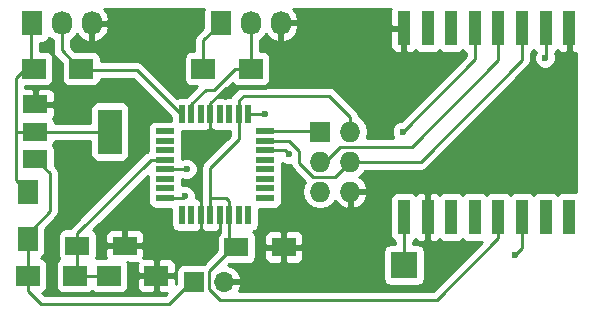
<source format=gtl>
G04 #@! TF.GenerationSoftware,KiCad,Pcbnew,no-vcs-found-7500~57~ubuntu16.04.1*
G04 #@! TF.CreationDate,2017-01-25T22:27:02+01:00*
G04 #@! TF.ProjectId,MultiUse_Battery_RFM69HCW,4D756C74695573655F42617474657279,rev?*
G04 #@! TF.FileFunction,Copper,L1,Top,Signal*
G04 #@! TF.FilePolarity,Positive*
%FSLAX46Y46*%
G04 Gerber Fmt 4.6, Leading zero omitted, Abs format (unit mm)*
G04 Created by KiCad (PCBNEW no-vcs-found-7500~57~ubuntu16.04.1) date Wed Jan 25 22:27:02 2017*
%MOMM*%
%LPD*%
G01*
G04 APERTURE LIST*
%ADD10C,0.100000*%
%ADD11R,0.550000X1.600000*%
%ADD12R,1.600000X0.550000*%
%ADD13R,2.235200X2.235200*%
%ADD14R,1.727200X2.032000*%
%ADD15O,1.727200X2.032000*%
%ADD16R,1.727200X1.727200*%
%ADD17O,1.727200X1.727200*%
%ADD18R,2.000000X1.700000*%
%ADD19R,2.000000X3.800000*%
%ADD20R,2.000000X1.500000*%
%ADD21R,2.000000X1.600000*%
%ADD22R,1.000000X3.000000*%
%ADD23R,1.700000X2.000000*%
%ADD24O,1.700000X1.700000*%
%ADD25R,1.700000X1.700000*%
%ADD26C,0.600000*%
%ADD27C,0.250000*%
%ADD28C,0.254000*%
G04 APERTURE END LIST*
D10*
D11*
X96895000Y-70671000D03*
X97695000Y-70671000D03*
X98495000Y-70671000D03*
X99295000Y-70671000D03*
X100095000Y-70671000D03*
X100895000Y-70671000D03*
X101695000Y-70671000D03*
X102495000Y-70671000D03*
D12*
X103945000Y-69221000D03*
X103945000Y-68421000D03*
X103945000Y-67621000D03*
X103945000Y-66821000D03*
X103945000Y-66021000D03*
X103945000Y-65221000D03*
X103945000Y-64421000D03*
X103945000Y-63621000D03*
D11*
X102495000Y-62171000D03*
X101695000Y-62171000D03*
X100895000Y-62171000D03*
X100095000Y-62171000D03*
X99295000Y-62171000D03*
X98495000Y-62171000D03*
X97695000Y-62171000D03*
X96895000Y-62171000D03*
D12*
X95445000Y-63621000D03*
X95445000Y-64421000D03*
X95445000Y-65221000D03*
X95445000Y-66021000D03*
X95445000Y-66821000D03*
X95445000Y-67621000D03*
X95445000Y-68421000D03*
X95445000Y-69221000D03*
D13*
X115697000Y-74930000D03*
D14*
X84162900Y-54444900D03*
D15*
X86702900Y-54444900D03*
X89242900Y-54444900D03*
D14*
X100190300Y-54432200D03*
D15*
X102730300Y-54432200D03*
X105270300Y-54432200D03*
D16*
X108585000Y-63627000D03*
D17*
X111125000Y-63627000D03*
X108585000Y-66167000D03*
X111125000Y-66167000D03*
X108585000Y-68707000D03*
X111125000Y-68707000D03*
D18*
X84360000Y-58293000D03*
X88360000Y-58293000D03*
X98711000Y-58293000D03*
X102711000Y-58293000D03*
D19*
X90780000Y-63627000D03*
D20*
X84480000Y-63627000D03*
X84480000Y-65927000D03*
X84480000Y-61327000D03*
D21*
X92043000Y-73279000D03*
X88043000Y-73279000D03*
X101505000Y-73406000D03*
X105505000Y-73406000D03*
D18*
X83852000Y-75819000D03*
X87852000Y-75819000D03*
X90710000Y-75819000D03*
X94710000Y-75819000D03*
D22*
X129682000Y-70865000D03*
X127682000Y-70865000D03*
X125682000Y-70865000D03*
X123682000Y-70865000D03*
X121682000Y-70865000D03*
X119682000Y-70865000D03*
X117682000Y-70865000D03*
X115682000Y-70865000D03*
X115682000Y-54865000D03*
X117682000Y-54865000D03*
X119682000Y-54865000D03*
X121682000Y-54865000D03*
X123682000Y-54865000D03*
X125682000Y-54865000D03*
X127682000Y-54865000D03*
X129682000Y-54865000D03*
D23*
X83820000Y-72739000D03*
X83820000Y-68739000D03*
D24*
X100457000Y-76327000D03*
D25*
X97917000Y-76327000D03*
D26*
X127635000Y-57404000D03*
X103886000Y-62103000D03*
X97282000Y-66802000D03*
X125095000Y-74041000D03*
X97155000Y-69088000D03*
X105918000Y-65532000D03*
X115570000Y-63627000D03*
D27*
X99295000Y-62171000D02*
X99295000Y-61233000D01*
X99295000Y-61233000D02*
X100584000Y-59944000D01*
X105270300Y-58559700D02*
X105270300Y-54432200D01*
X103886000Y-59944000D02*
X105270300Y-58559700D01*
X100584000Y-59944000D02*
X103886000Y-59944000D01*
X98495000Y-70671000D02*
X98495000Y-64573000D01*
X99295000Y-63773000D02*
X99295000Y-62171000D01*
X98495000Y-64573000D02*
X99295000Y-63773000D01*
X99822000Y-72517000D02*
X99949000Y-72390000D01*
X98495000Y-70671000D02*
X98495000Y-72517000D01*
X98495000Y-72517000D02*
X98552000Y-72517000D01*
X100095000Y-70671000D02*
X100095000Y-72244000D01*
X99822000Y-72517000D02*
X98552000Y-72517000D01*
X100095000Y-72244000D02*
X99949000Y-72390000D01*
X99949000Y-72390000D02*
X99822000Y-72517000D01*
X123682000Y-70865000D02*
X123682000Y-72660000D01*
X100076000Y-77851000D02*
X116586000Y-77851000D01*
X99187000Y-76962000D02*
X100076000Y-77851000D01*
X99187000Y-75438000D02*
X99187000Y-76962000D01*
X101219000Y-73406000D02*
X99187000Y-75438000D01*
X123682000Y-72660000D02*
X118491000Y-77851000D01*
X118491000Y-77851000D02*
X116586000Y-77851000D01*
X101505000Y-73406000D02*
X101219000Y-73406000D01*
X100895000Y-70671000D02*
X100895000Y-72796000D01*
X100895000Y-72796000D02*
X101505000Y-73406000D01*
X82804000Y-63500000D02*
X82804000Y-67723000D01*
X82804000Y-67723000D02*
X83820000Y-68739000D01*
X83566000Y-58293000D02*
X82804000Y-59055000D01*
X82931000Y-63627000D02*
X82804000Y-63500000D01*
X84480000Y-63627000D02*
X82931000Y-63627000D01*
X82804000Y-59055000D02*
X82804000Y-63500000D01*
X84360000Y-58293000D02*
X83566000Y-58293000D01*
X90780000Y-63627000D02*
X84480000Y-63627000D01*
X100895000Y-69723000D02*
X100895000Y-69526000D01*
X100895000Y-69526000D02*
X100584000Y-69215000D01*
X98711000Y-58293000D02*
X98711000Y-55911500D01*
X98711000Y-55911500D02*
X100190300Y-54432200D01*
X100895000Y-70671000D02*
X100895000Y-69723000D01*
X111125000Y-63627000D02*
X111125000Y-62357000D01*
X101695000Y-60992000D02*
X101695000Y-62171000D01*
X102108000Y-60579000D02*
X101695000Y-60992000D01*
X109347000Y-60579000D02*
X102108000Y-60579000D01*
X111125000Y-62357000D02*
X109347000Y-60579000D01*
X99295000Y-69215000D02*
X100584000Y-69215000D01*
X84162900Y-58737500D02*
X84150200Y-58724800D01*
X99295000Y-70671000D02*
X99295000Y-69215000D01*
X99295000Y-69215000D02*
X99295000Y-66694000D01*
X99295000Y-66694000D02*
X101695000Y-64294000D01*
X101695000Y-64294000D02*
X101695000Y-62171000D01*
X84150200Y-58724800D02*
X84150200Y-54457600D01*
X84150200Y-54457600D02*
X84162900Y-54444900D01*
X115682000Y-70865000D02*
X115682000Y-74915000D01*
X115682000Y-74915000D02*
X115697000Y-74930000D01*
X86702900Y-56762900D02*
X88360000Y-58420000D01*
X93091000Y-58420000D02*
X88360000Y-58420000D01*
X86702900Y-54444900D02*
X86702900Y-56762900D01*
X96895000Y-62171000D02*
X96842000Y-62171000D01*
X96842000Y-62171000D02*
X93091000Y-58420000D01*
X97695000Y-62171000D02*
X97695000Y-61309000D01*
X98933000Y-60071000D02*
X99441000Y-60071000D01*
X97695000Y-61309000D02*
X98933000Y-60071000D01*
X102711000Y-58293000D02*
X101346000Y-58293000D01*
X101346000Y-58293000D02*
X99568000Y-60071000D01*
X99568000Y-60071000D02*
X99441000Y-60071000D01*
X102730300Y-54432200D02*
X102730300Y-58273700D01*
X102730300Y-58273700D02*
X102711000Y-58293000D01*
X102584000Y-54578500D02*
X102730300Y-54432200D01*
X97663000Y-62139000D02*
X97695000Y-62171000D01*
X127682000Y-57357000D02*
X127682000Y-54865000D01*
X127635000Y-57404000D02*
X127682000Y-57357000D01*
X108585000Y-63627000D02*
X109093000Y-63627000D01*
X103945000Y-63621000D02*
X108579000Y-63621000D01*
X108579000Y-63621000D02*
X108585000Y-63627000D01*
X108579000Y-63621000D02*
X108585000Y-63627000D01*
X108585000Y-66167000D02*
X108966000Y-66167000D01*
X108966000Y-66167000D02*
X110236000Y-64897000D01*
X123682000Y-57547000D02*
X123682000Y-54865000D01*
X116332000Y-64897000D02*
X123682000Y-57547000D01*
X110236000Y-64897000D02*
X116332000Y-64897000D01*
X103818000Y-62171000D02*
X102495000Y-62171000D01*
X103886000Y-62103000D02*
X103818000Y-62171000D01*
X108585000Y-66167000D02*
X108635800Y-66167000D01*
X103945000Y-64421000D02*
X105950000Y-64421000D01*
X106807000Y-65278000D02*
X106807000Y-66294000D01*
X105950000Y-64421000D02*
X106807000Y-65278000D01*
X111125000Y-66167000D02*
X109855000Y-67437000D01*
X109855000Y-67437000D02*
X107950000Y-67437000D01*
X107950000Y-67437000D02*
X106807000Y-66294000D01*
X111125000Y-66167000D02*
X117094000Y-66167000D01*
X125682000Y-57579000D02*
X125682000Y-54865000D01*
X117094000Y-66167000D02*
X125682000Y-57579000D01*
X111125000Y-66167000D02*
X110363000Y-66167000D01*
X97263000Y-66821000D02*
X95445000Y-66821000D01*
X97282000Y-66802000D02*
X97263000Y-66821000D01*
X97022000Y-69221000D02*
X95445000Y-69221000D01*
X97155000Y-69088000D02*
X97022000Y-69221000D01*
X125682000Y-70865000D02*
X125682000Y-73454000D01*
X125682000Y-73454000D02*
X125095000Y-74041000D01*
X95451000Y-69215000D02*
X95445000Y-69221000D01*
X95451000Y-69215000D02*
X95445000Y-69221000D01*
X103945000Y-65221000D02*
X105607000Y-65221000D01*
X105607000Y-65221000D02*
X105918000Y-65532000D01*
X121682000Y-54865000D02*
X121682000Y-57515000D01*
X121682000Y-57515000D02*
X115570000Y-63627000D01*
X97917000Y-76327000D02*
X97663000Y-76327000D01*
X97663000Y-76327000D02*
X95758000Y-78232000D01*
X83852000Y-77121000D02*
X83852000Y-75819000D01*
X84963000Y-78232000D02*
X83852000Y-77121000D01*
X95758000Y-78232000D02*
X84963000Y-78232000D01*
X83820000Y-72739000D02*
X83820000Y-72263000D01*
X83820000Y-72263000D02*
X85725000Y-70358000D01*
X85725000Y-67172000D02*
X84480000Y-65927000D01*
X85725000Y-70358000D02*
X85725000Y-67172000D01*
X83852000Y-75819000D02*
X83852000Y-72771000D01*
X83852000Y-72771000D02*
X83820000Y-72739000D01*
X97917000Y-76327000D02*
X97790000Y-76327000D01*
X88043000Y-73279000D02*
X88043000Y-72231000D01*
X88043000Y-72231000D02*
X94253000Y-66021000D01*
X94253000Y-66021000D02*
X95445000Y-66021000D01*
X88043000Y-73279000D02*
X88043000Y-75628000D01*
X88043000Y-75628000D02*
X88234000Y-75819000D01*
X88234000Y-75819000D02*
X90710000Y-75819000D01*
D28*
G36*
X85643230Y-55689315D02*
X85942900Y-55889548D01*
X85942900Y-56762900D01*
X86000752Y-57053739D01*
X86165499Y-57300301D01*
X86712560Y-57847362D01*
X86712560Y-59143000D01*
X86761843Y-59390765D01*
X86902191Y-59600809D01*
X87112235Y-59741157D01*
X87360000Y-59790440D01*
X89360000Y-59790440D01*
X89607765Y-59741157D01*
X89817809Y-59600809D01*
X89958157Y-59390765D01*
X90000080Y-59180000D01*
X92776198Y-59180000D01*
X95972560Y-62376362D01*
X95972560Y-62698560D01*
X94645000Y-62698560D01*
X94397235Y-62747843D01*
X94187191Y-62888191D01*
X94046843Y-63098235D01*
X93997560Y-63346000D01*
X93997560Y-63896000D01*
X94022424Y-64021000D01*
X93997560Y-64146000D01*
X93997560Y-64696000D01*
X94022424Y-64821000D01*
X93997560Y-64946000D01*
X93997560Y-65311810D01*
X93962160Y-65318852D01*
X93715599Y-65483599D01*
X87505599Y-71693599D01*
X87413417Y-71831560D01*
X87043000Y-71831560D01*
X86795235Y-71880843D01*
X86585191Y-72021191D01*
X86444843Y-72231235D01*
X86395560Y-72479000D01*
X86395560Y-74079000D01*
X86444843Y-74326765D01*
X86514403Y-74430868D01*
X86394191Y-74511191D01*
X86253843Y-74721235D01*
X86204560Y-74969000D01*
X86204560Y-76669000D01*
X86253843Y-76916765D01*
X86394191Y-77126809D01*
X86604235Y-77267157D01*
X86852000Y-77316440D01*
X88852000Y-77316440D01*
X89099765Y-77267157D01*
X89281000Y-77146059D01*
X89462235Y-77267157D01*
X89710000Y-77316440D01*
X91710000Y-77316440D01*
X91957765Y-77267157D01*
X92167809Y-77126809D01*
X92308157Y-76916765D01*
X92357440Y-76669000D01*
X92357440Y-76104750D01*
X93075000Y-76104750D01*
X93075000Y-76795310D01*
X93171673Y-77028699D01*
X93350302Y-77207327D01*
X93583691Y-77304000D01*
X94424250Y-77304000D01*
X94583000Y-77145250D01*
X94583000Y-75946000D01*
X93233750Y-75946000D01*
X93075000Y-76104750D01*
X92357440Y-76104750D01*
X92357440Y-74969000D01*
X92308157Y-74721235D01*
X92252119Y-74637369D01*
X92328750Y-74714000D01*
X93128305Y-74714000D01*
X93075000Y-74842690D01*
X93075000Y-75533250D01*
X93233750Y-75692000D01*
X94583000Y-75692000D01*
X94583000Y-74492750D01*
X94837000Y-74492750D01*
X94837000Y-75692000D01*
X96186250Y-75692000D01*
X96345000Y-75533250D01*
X96345000Y-74842690D01*
X96248327Y-74609301D01*
X96069698Y-74430673D01*
X95836309Y-74334000D01*
X94995750Y-74334000D01*
X94837000Y-74492750D01*
X94583000Y-74492750D01*
X94424250Y-74334000D01*
X93624695Y-74334000D01*
X93678000Y-74205310D01*
X93678000Y-73564750D01*
X93519250Y-73406000D01*
X92170000Y-73406000D01*
X92170000Y-73426000D01*
X91916000Y-73426000D01*
X91916000Y-73406000D01*
X90566750Y-73406000D01*
X90408000Y-73564750D01*
X90408000Y-74205310D01*
X90456152Y-74321560D01*
X89710000Y-74321560D01*
X89634616Y-74336555D01*
X89641157Y-74326765D01*
X89690440Y-74079000D01*
X89690440Y-72479000D01*
X89665316Y-72352690D01*
X90408000Y-72352690D01*
X90408000Y-72993250D01*
X90566750Y-73152000D01*
X91916000Y-73152000D01*
X91916000Y-72002750D01*
X92170000Y-72002750D01*
X92170000Y-73152000D01*
X93519250Y-73152000D01*
X93678000Y-72993250D01*
X93678000Y-72352690D01*
X93581327Y-72119301D01*
X93402698Y-71940673D01*
X93169309Y-71844000D01*
X92328750Y-71844000D01*
X92170000Y-72002750D01*
X91916000Y-72002750D01*
X91757250Y-71844000D01*
X90916691Y-71844000D01*
X90683302Y-71940673D01*
X90504673Y-72119301D01*
X90408000Y-72352690D01*
X89665316Y-72352690D01*
X89641157Y-72231235D01*
X89500809Y-72021191D01*
X89396985Y-71951817D01*
X93997560Y-67351242D01*
X93997560Y-67896000D01*
X94022424Y-68021000D01*
X93997560Y-68146000D01*
X93997560Y-68696000D01*
X94022424Y-68821000D01*
X93997560Y-68946000D01*
X93997560Y-69496000D01*
X94046843Y-69743765D01*
X94187191Y-69953809D01*
X94397235Y-70094157D01*
X94645000Y-70143440D01*
X95972560Y-70143440D01*
X95972560Y-71471000D01*
X96021843Y-71718765D01*
X96162191Y-71928809D01*
X96372235Y-72069157D01*
X96620000Y-72118440D01*
X97170000Y-72118440D01*
X97295000Y-72093576D01*
X97420000Y-72118440D01*
X97970000Y-72118440D01*
X98073852Y-72097783D01*
X98093690Y-72106000D01*
X98209250Y-72106000D01*
X98303138Y-72012112D01*
X98427809Y-71928809D01*
X98495000Y-71828251D01*
X98562191Y-71928809D01*
X98686862Y-72012112D01*
X98780750Y-72106000D01*
X98896310Y-72106000D01*
X98916148Y-72097783D01*
X99020000Y-72118440D01*
X99570000Y-72118440D01*
X99673852Y-72097783D01*
X99693690Y-72106000D01*
X99809250Y-72106000D01*
X99903138Y-72012112D01*
X100027809Y-71928809D01*
X100095000Y-71828251D01*
X100135000Y-71888115D01*
X100135000Y-72089518D01*
X100047191Y-72148191D01*
X99906843Y-72358235D01*
X99857560Y-72606000D01*
X99857560Y-73692638D01*
X98720638Y-74829560D01*
X97067000Y-74829560D01*
X96819235Y-74878843D01*
X96609191Y-75019191D01*
X96468843Y-75229235D01*
X96419560Y-75477000D01*
X96419560Y-76495638D01*
X96345000Y-76570198D01*
X96345000Y-76104750D01*
X96186250Y-75946000D01*
X94837000Y-75946000D01*
X94837000Y-77145250D01*
X94995750Y-77304000D01*
X95611198Y-77304000D01*
X95443198Y-77472000D01*
X85277802Y-77472000D01*
X85077406Y-77271604D01*
X85099765Y-77267157D01*
X85309809Y-77126809D01*
X85450157Y-76916765D01*
X85499440Y-76669000D01*
X85499440Y-74969000D01*
X85450157Y-74721235D01*
X85309809Y-74511191D01*
X85099765Y-74370843D01*
X84920666Y-74335218D01*
X85127809Y-74196809D01*
X85268157Y-73986765D01*
X85317440Y-73739000D01*
X85317440Y-71840362D01*
X86262401Y-70895401D01*
X86427148Y-70648839D01*
X86485000Y-70358000D01*
X86485000Y-67172000D01*
X86427148Y-66881161D01*
X86262401Y-66634599D01*
X86127440Y-66499638D01*
X86127440Y-65177000D01*
X86078157Y-64929235D01*
X85976436Y-64777000D01*
X86078157Y-64624765D01*
X86125451Y-64387000D01*
X89132560Y-64387000D01*
X89132560Y-65527000D01*
X89181843Y-65774765D01*
X89322191Y-65984809D01*
X89532235Y-66125157D01*
X89780000Y-66174440D01*
X91780000Y-66174440D01*
X92027765Y-66125157D01*
X92237809Y-65984809D01*
X92378157Y-65774765D01*
X92427440Y-65527000D01*
X92427440Y-61727000D01*
X92378157Y-61479235D01*
X92237809Y-61269191D01*
X92027765Y-61128843D01*
X91780000Y-61079560D01*
X89780000Y-61079560D01*
X89532235Y-61128843D01*
X89322191Y-61269191D01*
X89181843Y-61479235D01*
X89132560Y-61727000D01*
X89132560Y-62867000D01*
X86125451Y-62867000D01*
X86078157Y-62629235D01*
X85977073Y-62477953D01*
X86018327Y-62436699D01*
X86115000Y-62203310D01*
X86115000Y-61612750D01*
X85956250Y-61454000D01*
X84607000Y-61454000D01*
X84607000Y-61474000D01*
X84353000Y-61474000D01*
X84353000Y-61454000D01*
X84333000Y-61454000D01*
X84333000Y-61200000D01*
X84353000Y-61200000D01*
X84353000Y-60100750D01*
X84607000Y-60100750D01*
X84607000Y-61200000D01*
X85956250Y-61200000D01*
X86115000Y-61041250D01*
X86115000Y-60450690D01*
X86018327Y-60217301D01*
X85839698Y-60038673D01*
X85606309Y-59942000D01*
X84765750Y-59942000D01*
X84607000Y-60100750D01*
X84353000Y-60100750D01*
X84194250Y-59942000D01*
X83564000Y-59942000D01*
X83564000Y-59790440D01*
X85360000Y-59790440D01*
X85607765Y-59741157D01*
X85817809Y-59600809D01*
X85958157Y-59390765D01*
X86007440Y-59143000D01*
X86007440Y-57443000D01*
X85958157Y-57195235D01*
X85817809Y-56985191D01*
X85607765Y-56844843D01*
X85360000Y-56795560D01*
X84910200Y-56795560D01*
X84910200Y-56108340D01*
X85026500Y-56108340D01*
X85274265Y-56059057D01*
X85484309Y-55918709D01*
X85624657Y-55708665D01*
X85631884Y-55672334D01*
X85643230Y-55689315D01*
X85643230Y-55689315D01*
G37*
X85643230Y-55689315D02*
X85942900Y-55889548D01*
X85942900Y-56762900D01*
X86000752Y-57053739D01*
X86165499Y-57300301D01*
X86712560Y-57847362D01*
X86712560Y-59143000D01*
X86761843Y-59390765D01*
X86902191Y-59600809D01*
X87112235Y-59741157D01*
X87360000Y-59790440D01*
X89360000Y-59790440D01*
X89607765Y-59741157D01*
X89817809Y-59600809D01*
X89958157Y-59390765D01*
X90000080Y-59180000D01*
X92776198Y-59180000D01*
X95972560Y-62376362D01*
X95972560Y-62698560D01*
X94645000Y-62698560D01*
X94397235Y-62747843D01*
X94187191Y-62888191D01*
X94046843Y-63098235D01*
X93997560Y-63346000D01*
X93997560Y-63896000D01*
X94022424Y-64021000D01*
X93997560Y-64146000D01*
X93997560Y-64696000D01*
X94022424Y-64821000D01*
X93997560Y-64946000D01*
X93997560Y-65311810D01*
X93962160Y-65318852D01*
X93715599Y-65483599D01*
X87505599Y-71693599D01*
X87413417Y-71831560D01*
X87043000Y-71831560D01*
X86795235Y-71880843D01*
X86585191Y-72021191D01*
X86444843Y-72231235D01*
X86395560Y-72479000D01*
X86395560Y-74079000D01*
X86444843Y-74326765D01*
X86514403Y-74430868D01*
X86394191Y-74511191D01*
X86253843Y-74721235D01*
X86204560Y-74969000D01*
X86204560Y-76669000D01*
X86253843Y-76916765D01*
X86394191Y-77126809D01*
X86604235Y-77267157D01*
X86852000Y-77316440D01*
X88852000Y-77316440D01*
X89099765Y-77267157D01*
X89281000Y-77146059D01*
X89462235Y-77267157D01*
X89710000Y-77316440D01*
X91710000Y-77316440D01*
X91957765Y-77267157D01*
X92167809Y-77126809D01*
X92308157Y-76916765D01*
X92357440Y-76669000D01*
X92357440Y-76104750D01*
X93075000Y-76104750D01*
X93075000Y-76795310D01*
X93171673Y-77028699D01*
X93350302Y-77207327D01*
X93583691Y-77304000D01*
X94424250Y-77304000D01*
X94583000Y-77145250D01*
X94583000Y-75946000D01*
X93233750Y-75946000D01*
X93075000Y-76104750D01*
X92357440Y-76104750D01*
X92357440Y-74969000D01*
X92308157Y-74721235D01*
X92252119Y-74637369D01*
X92328750Y-74714000D01*
X93128305Y-74714000D01*
X93075000Y-74842690D01*
X93075000Y-75533250D01*
X93233750Y-75692000D01*
X94583000Y-75692000D01*
X94583000Y-74492750D01*
X94837000Y-74492750D01*
X94837000Y-75692000D01*
X96186250Y-75692000D01*
X96345000Y-75533250D01*
X96345000Y-74842690D01*
X96248327Y-74609301D01*
X96069698Y-74430673D01*
X95836309Y-74334000D01*
X94995750Y-74334000D01*
X94837000Y-74492750D01*
X94583000Y-74492750D01*
X94424250Y-74334000D01*
X93624695Y-74334000D01*
X93678000Y-74205310D01*
X93678000Y-73564750D01*
X93519250Y-73406000D01*
X92170000Y-73406000D01*
X92170000Y-73426000D01*
X91916000Y-73426000D01*
X91916000Y-73406000D01*
X90566750Y-73406000D01*
X90408000Y-73564750D01*
X90408000Y-74205310D01*
X90456152Y-74321560D01*
X89710000Y-74321560D01*
X89634616Y-74336555D01*
X89641157Y-74326765D01*
X89690440Y-74079000D01*
X89690440Y-72479000D01*
X89665316Y-72352690D01*
X90408000Y-72352690D01*
X90408000Y-72993250D01*
X90566750Y-73152000D01*
X91916000Y-73152000D01*
X91916000Y-72002750D01*
X92170000Y-72002750D01*
X92170000Y-73152000D01*
X93519250Y-73152000D01*
X93678000Y-72993250D01*
X93678000Y-72352690D01*
X93581327Y-72119301D01*
X93402698Y-71940673D01*
X93169309Y-71844000D01*
X92328750Y-71844000D01*
X92170000Y-72002750D01*
X91916000Y-72002750D01*
X91757250Y-71844000D01*
X90916691Y-71844000D01*
X90683302Y-71940673D01*
X90504673Y-72119301D01*
X90408000Y-72352690D01*
X89665316Y-72352690D01*
X89641157Y-72231235D01*
X89500809Y-72021191D01*
X89396985Y-71951817D01*
X93997560Y-67351242D01*
X93997560Y-67896000D01*
X94022424Y-68021000D01*
X93997560Y-68146000D01*
X93997560Y-68696000D01*
X94022424Y-68821000D01*
X93997560Y-68946000D01*
X93997560Y-69496000D01*
X94046843Y-69743765D01*
X94187191Y-69953809D01*
X94397235Y-70094157D01*
X94645000Y-70143440D01*
X95972560Y-70143440D01*
X95972560Y-71471000D01*
X96021843Y-71718765D01*
X96162191Y-71928809D01*
X96372235Y-72069157D01*
X96620000Y-72118440D01*
X97170000Y-72118440D01*
X97295000Y-72093576D01*
X97420000Y-72118440D01*
X97970000Y-72118440D01*
X98073852Y-72097783D01*
X98093690Y-72106000D01*
X98209250Y-72106000D01*
X98303138Y-72012112D01*
X98427809Y-71928809D01*
X98495000Y-71828251D01*
X98562191Y-71928809D01*
X98686862Y-72012112D01*
X98780750Y-72106000D01*
X98896310Y-72106000D01*
X98916148Y-72097783D01*
X99020000Y-72118440D01*
X99570000Y-72118440D01*
X99673852Y-72097783D01*
X99693690Y-72106000D01*
X99809250Y-72106000D01*
X99903138Y-72012112D01*
X100027809Y-71928809D01*
X100095000Y-71828251D01*
X100135000Y-71888115D01*
X100135000Y-72089518D01*
X100047191Y-72148191D01*
X99906843Y-72358235D01*
X99857560Y-72606000D01*
X99857560Y-73692638D01*
X98720638Y-74829560D01*
X97067000Y-74829560D01*
X96819235Y-74878843D01*
X96609191Y-75019191D01*
X96468843Y-75229235D01*
X96419560Y-75477000D01*
X96419560Y-76495638D01*
X96345000Y-76570198D01*
X96345000Y-76104750D01*
X96186250Y-75946000D01*
X94837000Y-75946000D01*
X94837000Y-77145250D01*
X94995750Y-77304000D01*
X95611198Y-77304000D01*
X95443198Y-77472000D01*
X85277802Y-77472000D01*
X85077406Y-77271604D01*
X85099765Y-77267157D01*
X85309809Y-77126809D01*
X85450157Y-76916765D01*
X85499440Y-76669000D01*
X85499440Y-74969000D01*
X85450157Y-74721235D01*
X85309809Y-74511191D01*
X85099765Y-74370843D01*
X84920666Y-74335218D01*
X85127809Y-74196809D01*
X85268157Y-73986765D01*
X85317440Y-73739000D01*
X85317440Y-71840362D01*
X86262401Y-70895401D01*
X86427148Y-70648839D01*
X86485000Y-70358000D01*
X86485000Y-67172000D01*
X86427148Y-66881161D01*
X86262401Y-66634599D01*
X86127440Y-66499638D01*
X86127440Y-65177000D01*
X86078157Y-64929235D01*
X85976436Y-64777000D01*
X86078157Y-64624765D01*
X86125451Y-64387000D01*
X89132560Y-64387000D01*
X89132560Y-65527000D01*
X89181843Y-65774765D01*
X89322191Y-65984809D01*
X89532235Y-66125157D01*
X89780000Y-66174440D01*
X91780000Y-66174440D01*
X92027765Y-66125157D01*
X92237809Y-65984809D01*
X92378157Y-65774765D01*
X92427440Y-65527000D01*
X92427440Y-61727000D01*
X92378157Y-61479235D01*
X92237809Y-61269191D01*
X92027765Y-61128843D01*
X91780000Y-61079560D01*
X89780000Y-61079560D01*
X89532235Y-61128843D01*
X89322191Y-61269191D01*
X89181843Y-61479235D01*
X89132560Y-61727000D01*
X89132560Y-62867000D01*
X86125451Y-62867000D01*
X86078157Y-62629235D01*
X85977073Y-62477953D01*
X86018327Y-62436699D01*
X86115000Y-62203310D01*
X86115000Y-61612750D01*
X85956250Y-61454000D01*
X84607000Y-61454000D01*
X84607000Y-61474000D01*
X84353000Y-61474000D01*
X84353000Y-61454000D01*
X84333000Y-61454000D01*
X84333000Y-61200000D01*
X84353000Y-61200000D01*
X84353000Y-60100750D01*
X84607000Y-60100750D01*
X84607000Y-61200000D01*
X85956250Y-61200000D01*
X86115000Y-61041250D01*
X86115000Y-60450690D01*
X86018327Y-60217301D01*
X85839698Y-60038673D01*
X85606309Y-59942000D01*
X84765750Y-59942000D01*
X84607000Y-60100750D01*
X84353000Y-60100750D01*
X84194250Y-59942000D01*
X83564000Y-59942000D01*
X83564000Y-59790440D01*
X85360000Y-59790440D01*
X85607765Y-59741157D01*
X85817809Y-59600809D01*
X85958157Y-59390765D01*
X86007440Y-59143000D01*
X86007440Y-57443000D01*
X85958157Y-57195235D01*
X85817809Y-56985191D01*
X85607765Y-56844843D01*
X85360000Y-56795560D01*
X84910200Y-56795560D01*
X84910200Y-56108340D01*
X85026500Y-56108340D01*
X85274265Y-56059057D01*
X85484309Y-55918709D01*
X85624657Y-55708665D01*
X85631884Y-55672334D01*
X85643230Y-55689315D01*
G36*
X129809000Y-54738000D02*
X129829000Y-54738000D01*
X129829000Y-54992000D01*
X129809000Y-54992000D01*
X129809000Y-56841250D01*
X129967750Y-57000000D01*
X130290000Y-57000000D01*
X130290000Y-68739042D01*
X130182000Y-68717560D01*
X129182000Y-68717560D01*
X128934235Y-68766843D01*
X128724191Y-68907191D01*
X128682000Y-68970334D01*
X128639809Y-68907191D01*
X128429765Y-68766843D01*
X128182000Y-68717560D01*
X127182000Y-68717560D01*
X126934235Y-68766843D01*
X126724191Y-68907191D01*
X126682000Y-68970334D01*
X126639809Y-68907191D01*
X126429765Y-68766843D01*
X126182000Y-68717560D01*
X125182000Y-68717560D01*
X124934235Y-68766843D01*
X124724191Y-68907191D01*
X124682000Y-68970334D01*
X124639809Y-68907191D01*
X124429765Y-68766843D01*
X124182000Y-68717560D01*
X123182000Y-68717560D01*
X122934235Y-68766843D01*
X122724191Y-68907191D01*
X122682000Y-68970334D01*
X122639809Y-68907191D01*
X122429765Y-68766843D01*
X122182000Y-68717560D01*
X121182000Y-68717560D01*
X120934235Y-68766843D01*
X120724191Y-68907191D01*
X120682000Y-68970334D01*
X120639809Y-68907191D01*
X120429765Y-68766843D01*
X120182000Y-68717560D01*
X119182000Y-68717560D01*
X118934235Y-68766843D01*
X118724191Y-68907191D01*
X118683345Y-68968320D01*
X118541699Y-68826673D01*
X118308310Y-68730000D01*
X117967750Y-68730000D01*
X117809000Y-68888750D01*
X117809000Y-70738000D01*
X117829000Y-70738000D01*
X117829000Y-70992000D01*
X117809000Y-70992000D01*
X117809000Y-72841250D01*
X117967750Y-73000000D01*
X118308310Y-73000000D01*
X118541699Y-72903327D01*
X118683345Y-72761680D01*
X118724191Y-72822809D01*
X118934235Y-72963157D01*
X119182000Y-73012440D01*
X120182000Y-73012440D01*
X120429765Y-72963157D01*
X120639809Y-72822809D01*
X120682000Y-72759666D01*
X120724191Y-72822809D01*
X120934235Y-72963157D01*
X121182000Y-73012440D01*
X122182000Y-73012440D01*
X122272824Y-72994374D01*
X118176198Y-77091000D01*
X101707297Y-77091000D01*
X101898486Y-76683892D01*
X101777819Y-76454000D01*
X100584000Y-76454000D01*
X100584000Y-76474000D01*
X100330000Y-76474000D01*
X100330000Y-76454000D01*
X100310000Y-76454000D01*
X100310000Y-76200000D01*
X100330000Y-76200000D01*
X100330000Y-76180000D01*
X100584000Y-76180000D01*
X100584000Y-76200000D01*
X101777819Y-76200000D01*
X101898486Y-75970108D01*
X101652183Y-75445642D01*
X101223924Y-75055355D01*
X100814164Y-74885638D01*
X100846362Y-74853440D01*
X102505000Y-74853440D01*
X102752765Y-74804157D01*
X102962809Y-74663809D01*
X103103157Y-74453765D01*
X103152440Y-74206000D01*
X103152440Y-73691750D01*
X103870000Y-73691750D01*
X103870000Y-74332310D01*
X103966673Y-74565699D01*
X104145302Y-74744327D01*
X104378691Y-74841000D01*
X105219250Y-74841000D01*
X105378000Y-74682250D01*
X105378000Y-73533000D01*
X105632000Y-73533000D01*
X105632000Y-74682250D01*
X105790750Y-74841000D01*
X106631309Y-74841000D01*
X106864698Y-74744327D01*
X107043327Y-74565699D01*
X107140000Y-74332310D01*
X107140000Y-73812400D01*
X113931960Y-73812400D01*
X113931960Y-76047600D01*
X113981243Y-76295365D01*
X114121591Y-76505409D01*
X114331635Y-76645757D01*
X114579400Y-76695040D01*
X116814600Y-76695040D01*
X117062365Y-76645757D01*
X117272409Y-76505409D01*
X117412757Y-76295365D01*
X117462040Y-76047600D01*
X117462040Y-73812400D01*
X117412757Y-73564635D01*
X117272409Y-73354591D01*
X117062365Y-73214243D01*
X116814600Y-73164960D01*
X116442000Y-73164960D01*
X116442000Y-72954982D01*
X116639809Y-72822809D01*
X116680655Y-72761680D01*
X116822301Y-72903327D01*
X117055690Y-73000000D01*
X117396250Y-73000000D01*
X117555000Y-72841250D01*
X117555000Y-70992000D01*
X117535000Y-70992000D01*
X117535000Y-70738000D01*
X117555000Y-70738000D01*
X117555000Y-68888750D01*
X117396250Y-68730000D01*
X117055690Y-68730000D01*
X116822301Y-68826673D01*
X116680655Y-68968320D01*
X116639809Y-68907191D01*
X116429765Y-68766843D01*
X116182000Y-68717560D01*
X115182000Y-68717560D01*
X114934235Y-68766843D01*
X114724191Y-68907191D01*
X114583843Y-69117235D01*
X114534560Y-69365000D01*
X114534560Y-72365000D01*
X114583843Y-72612765D01*
X114724191Y-72822809D01*
X114922000Y-72954982D01*
X114922000Y-73164960D01*
X114579400Y-73164960D01*
X114331635Y-73214243D01*
X114121591Y-73354591D01*
X113981243Y-73564635D01*
X113931960Y-73812400D01*
X107140000Y-73812400D01*
X107140000Y-73691750D01*
X106981250Y-73533000D01*
X105632000Y-73533000D01*
X105378000Y-73533000D01*
X104028750Y-73533000D01*
X103870000Y-73691750D01*
X103152440Y-73691750D01*
X103152440Y-72606000D01*
X103127316Y-72479690D01*
X103870000Y-72479690D01*
X103870000Y-73120250D01*
X104028750Y-73279000D01*
X105378000Y-73279000D01*
X105378000Y-72129750D01*
X105632000Y-72129750D01*
X105632000Y-73279000D01*
X106981250Y-73279000D01*
X107140000Y-73120250D01*
X107140000Y-72479690D01*
X107043327Y-72246301D01*
X106864698Y-72067673D01*
X106631309Y-71971000D01*
X105790750Y-71971000D01*
X105632000Y-72129750D01*
X105378000Y-72129750D01*
X105219250Y-71971000D01*
X104378691Y-71971000D01*
X104145302Y-72067673D01*
X103966673Y-72246301D01*
X103870000Y-72479690D01*
X103127316Y-72479690D01*
X103103157Y-72358235D01*
X102962809Y-72148191D01*
X102884268Y-72095711D01*
X103017765Y-72069157D01*
X103227809Y-71928809D01*
X103368157Y-71718765D01*
X103417440Y-71471000D01*
X103417440Y-70143440D01*
X104745000Y-70143440D01*
X104992765Y-70094157D01*
X105202809Y-69953809D01*
X105343157Y-69743765D01*
X105392440Y-69496000D01*
X105392440Y-68946000D01*
X105367576Y-68821000D01*
X105392440Y-68696000D01*
X105392440Y-68146000D01*
X105367576Y-68021000D01*
X105392440Y-67896000D01*
X105392440Y-67346000D01*
X105367576Y-67221000D01*
X105392440Y-67096000D01*
X105392440Y-66546000D01*
X105367576Y-66421000D01*
X105386972Y-66323490D01*
X105387673Y-66324192D01*
X105731201Y-66466838D01*
X106081441Y-66467143D01*
X106104852Y-66584839D01*
X106269599Y-66831401D01*
X107331571Y-67893373D01*
X107171115Y-68133511D01*
X107057041Y-68707000D01*
X107171115Y-69280489D01*
X107495971Y-69766670D01*
X107982152Y-70091526D01*
X108555641Y-70205600D01*
X108614359Y-70205600D01*
X109187848Y-70091526D01*
X109674029Y-69766670D01*
X109854992Y-69495839D01*
X110236510Y-69913821D01*
X110765973Y-70161968D01*
X110998000Y-70041469D01*
X110998000Y-68834000D01*
X111252000Y-68834000D01*
X111252000Y-70041469D01*
X111484027Y-70161968D01*
X112013490Y-69913821D01*
X112407688Y-69481947D01*
X112579958Y-69066026D01*
X112458817Y-68834000D01*
X111252000Y-68834000D01*
X110998000Y-68834000D01*
X110978000Y-68834000D01*
X110978000Y-68580000D01*
X110998000Y-68580000D01*
X110998000Y-68560000D01*
X111252000Y-68560000D01*
X111252000Y-68580000D01*
X112458817Y-68580000D01*
X112579958Y-68347974D01*
X112407688Y-67932053D01*
X112013490Y-67500179D01*
X111890772Y-67442664D01*
X112214029Y-67226670D01*
X112414262Y-66927000D01*
X117094000Y-66927000D01*
X117384839Y-66869148D01*
X117631401Y-66704401D01*
X126219401Y-58116401D01*
X126384148Y-57869839D01*
X126442000Y-57579000D01*
X126442000Y-56954982D01*
X126639809Y-56822809D01*
X126682000Y-56759666D01*
X126724191Y-56822809D01*
X126833579Y-56895900D01*
X126700162Y-57217201D01*
X126699838Y-57589167D01*
X126841883Y-57932943D01*
X127104673Y-58196192D01*
X127448201Y-58338838D01*
X127820167Y-58339162D01*
X128163943Y-58197117D01*
X128427192Y-57934327D01*
X128569838Y-57590799D01*
X128570162Y-57218833D01*
X128457000Y-56944959D01*
X128639809Y-56822809D01*
X128680655Y-56761680D01*
X128822301Y-56903327D01*
X129055690Y-57000000D01*
X129396250Y-57000000D01*
X129555000Y-56841250D01*
X129555000Y-54992000D01*
X129535000Y-54992000D01*
X129535000Y-54738000D01*
X129555000Y-54738000D01*
X129555000Y-54718000D01*
X129809000Y-54718000D01*
X129809000Y-54738000D01*
X129809000Y-54738000D01*
G37*
X129809000Y-54738000D02*
X129829000Y-54738000D01*
X129829000Y-54992000D01*
X129809000Y-54992000D01*
X129809000Y-56841250D01*
X129967750Y-57000000D01*
X130290000Y-57000000D01*
X130290000Y-68739042D01*
X130182000Y-68717560D01*
X129182000Y-68717560D01*
X128934235Y-68766843D01*
X128724191Y-68907191D01*
X128682000Y-68970334D01*
X128639809Y-68907191D01*
X128429765Y-68766843D01*
X128182000Y-68717560D01*
X127182000Y-68717560D01*
X126934235Y-68766843D01*
X126724191Y-68907191D01*
X126682000Y-68970334D01*
X126639809Y-68907191D01*
X126429765Y-68766843D01*
X126182000Y-68717560D01*
X125182000Y-68717560D01*
X124934235Y-68766843D01*
X124724191Y-68907191D01*
X124682000Y-68970334D01*
X124639809Y-68907191D01*
X124429765Y-68766843D01*
X124182000Y-68717560D01*
X123182000Y-68717560D01*
X122934235Y-68766843D01*
X122724191Y-68907191D01*
X122682000Y-68970334D01*
X122639809Y-68907191D01*
X122429765Y-68766843D01*
X122182000Y-68717560D01*
X121182000Y-68717560D01*
X120934235Y-68766843D01*
X120724191Y-68907191D01*
X120682000Y-68970334D01*
X120639809Y-68907191D01*
X120429765Y-68766843D01*
X120182000Y-68717560D01*
X119182000Y-68717560D01*
X118934235Y-68766843D01*
X118724191Y-68907191D01*
X118683345Y-68968320D01*
X118541699Y-68826673D01*
X118308310Y-68730000D01*
X117967750Y-68730000D01*
X117809000Y-68888750D01*
X117809000Y-70738000D01*
X117829000Y-70738000D01*
X117829000Y-70992000D01*
X117809000Y-70992000D01*
X117809000Y-72841250D01*
X117967750Y-73000000D01*
X118308310Y-73000000D01*
X118541699Y-72903327D01*
X118683345Y-72761680D01*
X118724191Y-72822809D01*
X118934235Y-72963157D01*
X119182000Y-73012440D01*
X120182000Y-73012440D01*
X120429765Y-72963157D01*
X120639809Y-72822809D01*
X120682000Y-72759666D01*
X120724191Y-72822809D01*
X120934235Y-72963157D01*
X121182000Y-73012440D01*
X122182000Y-73012440D01*
X122272824Y-72994374D01*
X118176198Y-77091000D01*
X101707297Y-77091000D01*
X101898486Y-76683892D01*
X101777819Y-76454000D01*
X100584000Y-76454000D01*
X100584000Y-76474000D01*
X100330000Y-76474000D01*
X100330000Y-76454000D01*
X100310000Y-76454000D01*
X100310000Y-76200000D01*
X100330000Y-76200000D01*
X100330000Y-76180000D01*
X100584000Y-76180000D01*
X100584000Y-76200000D01*
X101777819Y-76200000D01*
X101898486Y-75970108D01*
X101652183Y-75445642D01*
X101223924Y-75055355D01*
X100814164Y-74885638D01*
X100846362Y-74853440D01*
X102505000Y-74853440D01*
X102752765Y-74804157D01*
X102962809Y-74663809D01*
X103103157Y-74453765D01*
X103152440Y-74206000D01*
X103152440Y-73691750D01*
X103870000Y-73691750D01*
X103870000Y-74332310D01*
X103966673Y-74565699D01*
X104145302Y-74744327D01*
X104378691Y-74841000D01*
X105219250Y-74841000D01*
X105378000Y-74682250D01*
X105378000Y-73533000D01*
X105632000Y-73533000D01*
X105632000Y-74682250D01*
X105790750Y-74841000D01*
X106631309Y-74841000D01*
X106864698Y-74744327D01*
X107043327Y-74565699D01*
X107140000Y-74332310D01*
X107140000Y-73812400D01*
X113931960Y-73812400D01*
X113931960Y-76047600D01*
X113981243Y-76295365D01*
X114121591Y-76505409D01*
X114331635Y-76645757D01*
X114579400Y-76695040D01*
X116814600Y-76695040D01*
X117062365Y-76645757D01*
X117272409Y-76505409D01*
X117412757Y-76295365D01*
X117462040Y-76047600D01*
X117462040Y-73812400D01*
X117412757Y-73564635D01*
X117272409Y-73354591D01*
X117062365Y-73214243D01*
X116814600Y-73164960D01*
X116442000Y-73164960D01*
X116442000Y-72954982D01*
X116639809Y-72822809D01*
X116680655Y-72761680D01*
X116822301Y-72903327D01*
X117055690Y-73000000D01*
X117396250Y-73000000D01*
X117555000Y-72841250D01*
X117555000Y-70992000D01*
X117535000Y-70992000D01*
X117535000Y-70738000D01*
X117555000Y-70738000D01*
X117555000Y-68888750D01*
X117396250Y-68730000D01*
X117055690Y-68730000D01*
X116822301Y-68826673D01*
X116680655Y-68968320D01*
X116639809Y-68907191D01*
X116429765Y-68766843D01*
X116182000Y-68717560D01*
X115182000Y-68717560D01*
X114934235Y-68766843D01*
X114724191Y-68907191D01*
X114583843Y-69117235D01*
X114534560Y-69365000D01*
X114534560Y-72365000D01*
X114583843Y-72612765D01*
X114724191Y-72822809D01*
X114922000Y-72954982D01*
X114922000Y-73164960D01*
X114579400Y-73164960D01*
X114331635Y-73214243D01*
X114121591Y-73354591D01*
X113981243Y-73564635D01*
X113931960Y-73812400D01*
X107140000Y-73812400D01*
X107140000Y-73691750D01*
X106981250Y-73533000D01*
X105632000Y-73533000D01*
X105378000Y-73533000D01*
X104028750Y-73533000D01*
X103870000Y-73691750D01*
X103152440Y-73691750D01*
X103152440Y-72606000D01*
X103127316Y-72479690D01*
X103870000Y-72479690D01*
X103870000Y-73120250D01*
X104028750Y-73279000D01*
X105378000Y-73279000D01*
X105378000Y-72129750D01*
X105632000Y-72129750D01*
X105632000Y-73279000D01*
X106981250Y-73279000D01*
X107140000Y-73120250D01*
X107140000Y-72479690D01*
X107043327Y-72246301D01*
X106864698Y-72067673D01*
X106631309Y-71971000D01*
X105790750Y-71971000D01*
X105632000Y-72129750D01*
X105378000Y-72129750D01*
X105219250Y-71971000D01*
X104378691Y-71971000D01*
X104145302Y-72067673D01*
X103966673Y-72246301D01*
X103870000Y-72479690D01*
X103127316Y-72479690D01*
X103103157Y-72358235D01*
X102962809Y-72148191D01*
X102884268Y-72095711D01*
X103017765Y-72069157D01*
X103227809Y-71928809D01*
X103368157Y-71718765D01*
X103417440Y-71471000D01*
X103417440Y-70143440D01*
X104745000Y-70143440D01*
X104992765Y-70094157D01*
X105202809Y-69953809D01*
X105343157Y-69743765D01*
X105392440Y-69496000D01*
X105392440Y-68946000D01*
X105367576Y-68821000D01*
X105392440Y-68696000D01*
X105392440Y-68146000D01*
X105367576Y-68021000D01*
X105392440Y-67896000D01*
X105392440Y-67346000D01*
X105367576Y-67221000D01*
X105392440Y-67096000D01*
X105392440Y-66546000D01*
X105367576Y-66421000D01*
X105386972Y-66323490D01*
X105387673Y-66324192D01*
X105731201Y-66466838D01*
X106081441Y-66467143D01*
X106104852Y-66584839D01*
X106269599Y-66831401D01*
X107331571Y-67893373D01*
X107171115Y-68133511D01*
X107057041Y-68707000D01*
X107171115Y-69280489D01*
X107495971Y-69766670D01*
X107982152Y-70091526D01*
X108555641Y-70205600D01*
X108614359Y-70205600D01*
X109187848Y-70091526D01*
X109674029Y-69766670D01*
X109854992Y-69495839D01*
X110236510Y-69913821D01*
X110765973Y-70161968D01*
X110998000Y-70041469D01*
X110998000Y-68834000D01*
X111252000Y-68834000D01*
X111252000Y-70041469D01*
X111484027Y-70161968D01*
X112013490Y-69913821D01*
X112407688Y-69481947D01*
X112579958Y-69066026D01*
X112458817Y-68834000D01*
X111252000Y-68834000D01*
X110998000Y-68834000D01*
X110978000Y-68834000D01*
X110978000Y-68580000D01*
X110998000Y-68580000D01*
X110998000Y-68560000D01*
X111252000Y-68560000D01*
X111252000Y-68580000D01*
X112458817Y-68580000D01*
X112579958Y-68347974D01*
X112407688Y-67932053D01*
X112013490Y-67500179D01*
X111890772Y-67442664D01*
X112214029Y-67226670D01*
X112414262Y-66927000D01*
X117094000Y-66927000D01*
X117384839Y-66869148D01*
X117631401Y-66704401D01*
X126219401Y-58116401D01*
X126384148Y-57869839D01*
X126442000Y-57579000D01*
X126442000Y-56954982D01*
X126639809Y-56822809D01*
X126682000Y-56759666D01*
X126724191Y-56822809D01*
X126833579Y-56895900D01*
X126700162Y-57217201D01*
X126699838Y-57589167D01*
X126841883Y-57932943D01*
X127104673Y-58196192D01*
X127448201Y-58338838D01*
X127820167Y-58339162D01*
X128163943Y-58197117D01*
X128427192Y-57934327D01*
X128569838Y-57590799D01*
X128570162Y-57218833D01*
X128457000Y-56944959D01*
X128639809Y-56822809D01*
X128680655Y-56761680D01*
X128822301Y-56903327D01*
X129055690Y-57000000D01*
X129396250Y-57000000D01*
X129555000Y-56841250D01*
X129555000Y-54992000D01*
X129535000Y-54992000D01*
X129535000Y-54738000D01*
X129555000Y-54738000D01*
X129555000Y-54718000D01*
X129809000Y-54718000D01*
X129809000Y-54738000D01*
G36*
X99362191Y-63428809D02*
X99486862Y-63512112D01*
X99580750Y-63606000D01*
X99696310Y-63606000D01*
X99716148Y-63597783D01*
X99820000Y-63618440D01*
X100370000Y-63618440D01*
X100495000Y-63593576D01*
X100620000Y-63618440D01*
X100935000Y-63618440D01*
X100935000Y-63979198D01*
X98757599Y-66156599D01*
X98592852Y-66403161D01*
X98535000Y-66694000D01*
X98535000Y-69453885D01*
X98495000Y-69513749D01*
X98427809Y-69413191D01*
X98303138Y-69329888D01*
X98209250Y-69236000D01*
X98093690Y-69236000D01*
X98089870Y-69237582D01*
X98090162Y-68902833D01*
X97948117Y-68559057D01*
X97685327Y-68295808D01*
X97341799Y-68153162D01*
X96969833Y-68152838D01*
X96892440Y-68184816D01*
X96892440Y-68146000D01*
X96867576Y-68021000D01*
X96892440Y-67896000D01*
X96892440Y-67652644D01*
X97095201Y-67736838D01*
X97467167Y-67737162D01*
X97810943Y-67595117D01*
X98074192Y-67332327D01*
X98216838Y-66988799D01*
X98217162Y-66616833D01*
X98075117Y-66273057D01*
X97812327Y-66009808D01*
X97468799Y-65867162D01*
X97096833Y-65866838D01*
X96892440Y-65951291D01*
X96892440Y-65746000D01*
X96867576Y-65621000D01*
X96892440Y-65496000D01*
X96892440Y-64946000D01*
X96867576Y-64821000D01*
X96892440Y-64696000D01*
X96892440Y-64146000D01*
X96867576Y-64021000D01*
X96892440Y-63896000D01*
X96892440Y-63618440D01*
X97170000Y-63618440D01*
X97295000Y-63593576D01*
X97420000Y-63618440D01*
X97970000Y-63618440D01*
X98095000Y-63593576D01*
X98220000Y-63618440D01*
X98770000Y-63618440D01*
X98873852Y-63597783D01*
X98893690Y-63606000D01*
X99009250Y-63606000D01*
X99103138Y-63512112D01*
X99227809Y-63428809D01*
X99295000Y-63328251D01*
X99362191Y-63428809D01*
X99362191Y-63428809D01*
G37*
X99362191Y-63428809D02*
X99486862Y-63512112D01*
X99580750Y-63606000D01*
X99696310Y-63606000D01*
X99716148Y-63597783D01*
X99820000Y-63618440D01*
X100370000Y-63618440D01*
X100495000Y-63593576D01*
X100620000Y-63618440D01*
X100935000Y-63618440D01*
X100935000Y-63979198D01*
X98757599Y-66156599D01*
X98592852Y-66403161D01*
X98535000Y-66694000D01*
X98535000Y-69453885D01*
X98495000Y-69513749D01*
X98427809Y-69413191D01*
X98303138Y-69329888D01*
X98209250Y-69236000D01*
X98093690Y-69236000D01*
X98089870Y-69237582D01*
X98090162Y-68902833D01*
X97948117Y-68559057D01*
X97685327Y-68295808D01*
X97341799Y-68153162D01*
X96969833Y-68152838D01*
X96892440Y-68184816D01*
X96892440Y-68146000D01*
X96867576Y-68021000D01*
X96892440Y-67896000D01*
X96892440Y-67652644D01*
X97095201Y-67736838D01*
X97467167Y-67737162D01*
X97810943Y-67595117D01*
X98074192Y-67332327D01*
X98216838Y-66988799D01*
X98217162Y-66616833D01*
X98075117Y-66273057D01*
X97812327Y-66009808D01*
X97468799Y-65867162D01*
X97096833Y-65866838D01*
X96892440Y-65951291D01*
X96892440Y-65746000D01*
X96867576Y-65621000D01*
X96892440Y-65496000D01*
X96892440Y-64946000D01*
X96867576Y-64821000D01*
X96892440Y-64696000D01*
X96892440Y-64146000D01*
X96867576Y-64021000D01*
X96892440Y-63896000D01*
X96892440Y-63618440D01*
X97170000Y-63618440D01*
X97295000Y-63593576D01*
X97420000Y-63618440D01*
X97970000Y-63618440D01*
X98095000Y-63593576D01*
X98220000Y-63618440D01*
X98770000Y-63618440D01*
X98873852Y-63597783D01*
X98893690Y-63606000D01*
X99009250Y-63606000D01*
X99103138Y-63512112D01*
X99227809Y-63428809D01*
X99295000Y-63328251D01*
X99362191Y-63428809D01*
G36*
X114547000Y-53238691D02*
X114547000Y-54579250D01*
X114705750Y-54738000D01*
X115555000Y-54738000D01*
X115555000Y-54718000D01*
X115809000Y-54718000D01*
X115809000Y-54738000D01*
X115829000Y-54738000D01*
X115829000Y-54992000D01*
X115809000Y-54992000D01*
X115809000Y-56841250D01*
X115967750Y-57000000D01*
X116308310Y-57000000D01*
X116541699Y-56903327D01*
X116683345Y-56761680D01*
X116724191Y-56822809D01*
X116934235Y-56963157D01*
X117182000Y-57012440D01*
X118182000Y-57012440D01*
X118429765Y-56963157D01*
X118639809Y-56822809D01*
X118682000Y-56759666D01*
X118724191Y-56822809D01*
X118934235Y-56963157D01*
X119182000Y-57012440D01*
X120182000Y-57012440D01*
X120429765Y-56963157D01*
X120639809Y-56822809D01*
X120682000Y-56759666D01*
X120724191Y-56822809D01*
X120922000Y-56954982D01*
X120922000Y-57200198D01*
X115430320Y-62691878D01*
X115384833Y-62691838D01*
X115041057Y-62833883D01*
X114777808Y-63096673D01*
X114635162Y-63440201D01*
X114634838Y-63812167D01*
X114769056Y-64137000D01*
X112551514Y-64137000D01*
X112652959Y-63627000D01*
X112538885Y-63053511D01*
X112214029Y-62567330D01*
X111882816Y-62346020D01*
X111827148Y-62066161D01*
X111662401Y-61819599D01*
X109884401Y-60041599D01*
X109637839Y-59876852D01*
X109347000Y-59819000D01*
X102108000Y-59819000D01*
X101817160Y-59876852D01*
X101570599Y-60041599D01*
X101157599Y-60454599D01*
X100992852Y-60701161D01*
X100988397Y-60723560D01*
X100620000Y-60723560D01*
X100495000Y-60748424D01*
X100370000Y-60723560D01*
X99933053Y-60723560D01*
X100105401Y-60608401D01*
X101197035Y-59516767D01*
X101253191Y-59600809D01*
X101463235Y-59741157D01*
X101711000Y-59790440D01*
X103711000Y-59790440D01*
X103958765Y-59741157D01*
X104168809Y-59600809D01*
X104309157Y-59390765D01*
X104358440Y-59143000D01*
X104358440Y-57443000D01*
X104309157Y-57195235D01*
X104168809Y-56985191D01*
X103958765Y-56844843D01*
X103711000Y-56795560D01*
X103490300Y-56795560D01*
X103490300Y-55876848D01*
X103789970Y-55676615D01*
X103996761Y-55367131D01*
X104368264Y-55782932D01*
X104895509Y-56036909D01*
X104911274Y-56039558D01*
X105143300Y-55918417D01*
X105143300Y-54559200D01*
X105397300Y-54559200D01*
X105397300Y-55918417D01*
X105629326Y-56039558D01*
X105645091Y-56036909D01*
X106172336Y-55782932D01*
X106562254Y-55346520D01*
X106630733Y-55150750D01*
X114547000Y-55150750D01*
X114547000Y-56491309D01*
X114643673Y-56724698D01*
X114822301Y-56903327D01*
X115055690Y-57000000D01*
X115396250Y-57000000D01*
X115555000Y-56841250D01*
X115555000Y-54992000D01*
X114705750Y-54992000D01*
X114547000Y-55150750D01*
X106630733Y-55150750D01*
X106755484Y-54794113D01*
X106611224Y-54559200D01*
X105397300Y-54559200D01*
X105143300Y-54559200D01*
X105123300Y-54559200D01*
X105123300Y-54305200D01*
X105143300Y-54305200D01*
X105143300Y-54285200D01*
X105397300Y-54285200D01*
X105397300Y-54305200D01*
X106611224Y-54305200D01*
X106755484Y-54070287D01*
X106562254Y-53517880D01*
X106287175Y-53210000D01*
X114558884Y-53210000D01*
X114547000Y-53238691D01*
X114547000Y-53238691D01*
G37*
X114547000Y-53238691D02*
X114547000Y-54579250D01*
X114705750Y-54738000D01*
X115555000Y-54738000D01*
X115555000Y-54718000D01*
X115809000Y-54718000D01*
X115809000Y-54738000D01*
X115829000Y-54738000D01*
X115829000Y-54992000D01*
X115809000Y-54992000D01*
X115809000Y-56841250D01*
X115967750Y-57000000D01*
X116308310Y-57000000D01*
X116541699Y-56903327D01*
X116683345Y-56761680D01*
X116724191Y-56822809D01*
X116934235Y-56963157D01*
X117182000Y-57012440D01*
X118182000Y-57012440D01*
X118429765Y-56963157D01*
X118639809Y-56822809D01*
X118682000Y-56759666D01*
X118724191Y-56822809D01*
X118934235Y-56963157D01*
X119182000Y-57012440D01*
X120182000Y-57012440D01*
X120429765Y-56963157D01*
X120639809Y-56822809D01*
X120682000Y-56759666D01*
X120724191Y-56822809D01*
X120922000Y-56954982D01*
X120922000Y-57200198D01*
X115430320Y-62691878D01*
X115384833Y-62691838D01*
X115041057Y-62833883D01*
X114777808Y-63096673D01*
X114635162Y-63440201D01*
X114634838Y-63812167D01*
X114769056Y-64137000D01*
X112551514Y-64137000D01*
X112652959Y-63627000D01*
X112538885Y-63053511D01*
X112214029Y-62567330D01*
X111882816Y-62346020D01*
X111827148Y-62066161D01*
X111662401Y-61819599D01*
X109884401Y-60041599D01*
X109637839Y-59876852D01*
X109347000Y-59819000D01*
X102108000Y-59819000D01*
X101817160Y-59876852D01*
X101570599Y-60041599D01*
X101157599Y-60454599D01*
X100992852Y-60701161D01*
X100988397Y-60723560D01*
X100620000Y-60723560D01*
X100495000Y-60748424D01*
X100370000Y-60723560D01*
X99933053Y-60723560D01*
X100105401Y-60608401D01*
X101197035Y-59516767D01*
X101253191Y-59600809D01*
X101463235Y-59741157D01*
X101711000Y-59790440D01*
X103711000Y-59790440D01*
X103958765Y-59741157D01*
X104168809Y-59600809D01*
X104309157Y-59390765D01*
X104358440Y-59143000D01*
X104358440Y-57443000D01*
X104309157Y-57195235D01*
X104168809Y-56985191D01*
X103958765Y-56844843D01*
X103711000Y-56795560D01*
X103490300Y-56795560D01*
X103490300Y-55876848D01*
X103789970Y-55676615D01*
X103996761Y-55367131D01*
X104368264Y-55782932D01*
X104895509Y-56036909D01*
X104911274Y-56039558D01*
X105143300Y-55918417D01*
X105143300Y-54559200D01*
X105397300Y-54559200D01*
X105397300Y-55918417D01*
X105629326Y-56039558D01*
X105645091Y-56036909D01*
X106172336Y-55782932D01*
X106562254Y-55346520D01*
X106630733Y-55150750D01*
X114547000Y-55150750D01*
X114547000Y-56491309D01*
X114643673Y-56724698D01*
X114822301Y-56903327D01*
X115055690Y-57000000D01*
X115396250Y-57000000D01*
X115555000Y-56841250D01*
X115555000Y-54992000D01*
X114705750Y-54992000D01*
X114547000Y-55150750D01*
X106630733Y-55150750D01*
X106755484Y-54794113D01*
X106611224Y-54559200D01*
X105397300Y-54559200D01*
X105143300Y-54559200D01*
X105123300Y-54559200D01*
X105123300Y-54305200D01*
X105143300Y-54305200D01*
X105143300Y-54285200D01*
X105397300Y-54285200D01*
X105397300Y-54305200D01*
X106611224Y-54305200D01*
X106755484Y-54070287D01*
X106562254Y-53517880D01*
X106287175Y-53210000D01*
X114558884Y-53210000D01*
X114547000Y-53238691D01*
G36*
X98679260Y-53416200D02*
X98679260Y-54868438D01*
X98173599Y-55374099D01*
X98008852Y-55620661D01*
X97951000Y-55911500D01*
X97951000Y-56795560D01*
X97711000Y-56795560D01*
X97463235Y-56844843D01*
X97253191Y-56985191D01*
X97112843Y-57195235D01*
X97063560Y-57443000D01*
X97063560Y-59143000D01*
X97112843Y-59390765D01*
X97253191Y-59600809D01*
X97463235Y-59741157D01*
X97711000Y-59790440D01*
X98138758Y-59790440D01*
X97199725Y-60729473D01*
X97170000Y-60723560D01*
X96620000Y-60723560D01*
X96494354Y-60748552D01*
X93628401Y-57882599D01*
X93381839Y-57717852D01*
X93091000Y-57660000D01*
X90007440Y-57660000D01*
X90007440Y-57443000D01*
X89958157Y-57195235D01*
X89817809Y-56985191D01*
X89607765Y-56844843D01*
X89360000Y-56795560D01*
X87810362Y-56795560D01*
X87462900Y-56448098D01*
X87462900Y-55889548D01*
X87762570Y-55689315D01*
X87969361Y-55379831D01*
X88340864Y-55795632D01*
X88868109Y-56049609D01*
X88883874Y-56052258D01*
X89115900Y-55931117D01*
X89115900Y-54571900D01*
X89369900Y-54571900D01*
X89369900Y-55931117D01*
X89601926Y-56052258D01*
X89617691Y-56049609D01*
X90144936Y-55795632D01*
X90534854Y-55359220D01*
X90728084Y-54806813D01*
X90583824Y-54571900D01*
X89369900Y-54571900D01*
X89115900Y-54571900D01*
X89095900Y-54571900D01*
X89095900Y-54317900D01*
X89115900Y-54317900D01*
X89115900Y-54297900D01*
X89369900Y-54297900D01*
X89369900Y-54317900D01*
X90583824Y-54317900D01*
X90728084Y-54082987D01*
X90534854Y-53530580D01*
X90248428Y-53210000D01*
X98720275Y-53210000D01*
X98679260Y-53416200D01*
X98679260Y-53416200D01*
G37*
X98679260Y-53416200D02*
X98679260Y-54868438D01*
X98173599Y-55374099D01*
X98008852Y-55620661D01*
X97951000Y-55911500D01*
X97951000Y-56795560D01*
X97711000Y-56795560D01*
X97463235Y-56844843D01*
X97253191Y-56985191D01*
X97112843Y-57195235D01*
X97063560Y-57443000D01*
X97063560Y-59143000D01*
X97112843Y-59390765D01*
X97253191Y-59600809D01*
X97463235Y-59741157D01*
X97711000Y-59790440D01*
X98138758Y-59790440D01*
X97199725Y-60729473D01*
X97170000Y-60723560D01*
X96620000Y-60723560D01*
X96494354Y-60748552D01*
X93628401Y-57882599D01*
X93381839Y-57717852D01*
X93091000Y-57660000D01*
X90007440Y-57660000D01*
X90007440Y-57443000D01*
X89958157Y-57195235D01*
X89817809Y-56985191D01*
X89607765Y-56844843D01*
X89360000Y-56795560D01*
X87810362Y-56795560D01*
X87462900Y-56448098D01*
X87462900Y-55889548D01*
X87762570Y-55689315D01*
X87969361Y-55379831D01*
X88340864Y-55795632D01*
X88868109Y-56049609D01*
X88883874Y-56052258D01*
X89115900Y-55931117D01*
X89115900Y-54571900D01*
X89369900Y-54571900D01*
X89369900Y-55931117D01*
X89601926Y-56052258D01*
X89617691Y-56049609D01*
X90144936Y-55795632D01*
X90534854Y-55359220D01*
X90728084Y-54806813D01*
X90583824Y-54571900D01*
X89369900Y-54571900D01*
X89115900Y-54571900D01*
X89095900Y-54571900D01*
X89095900Y-54317900D01*
X89115900Y-54317900D01*
X89115900Y-54297900D01*
X89369900Y-54297900D01*
X89369900Y-54317900D01*
X90583824Y-54317900D01*
X90728084Y-54082987D01*
X90534854Y-53530580D01*
X90248428Y-53210000D01*
X98720275Y-53210000D01*
X98679260Y-53416200D01*
M02*

</source>
